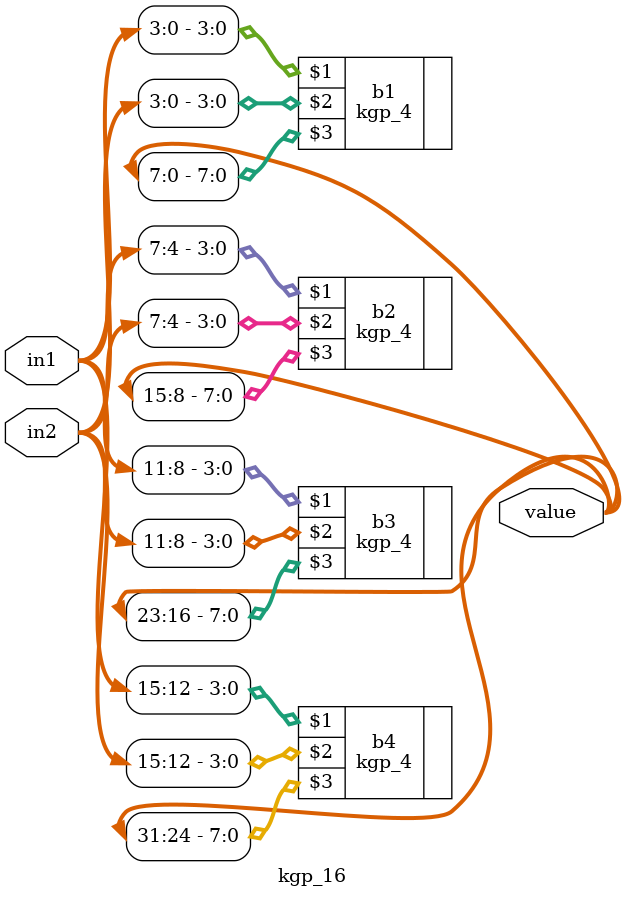
<source format=v>
`include "kgp_4.v"
module kgp_16(
	input [15:0] in1, 
	input [15:0] in2, 
	output[31:0] value
);

kgp_4 b1(in1[3:0], in2[3:0], value[7:0]);
kgp_4 b2(in1[7:4], in2[7:4], value[15:8]);
kgp_4 b3(in1[11:8], in2[11:8], value[23:16]);
kgp_4 b4(in1[15:12], in2[15:12], value[31:24]);
endmodule

</source>
